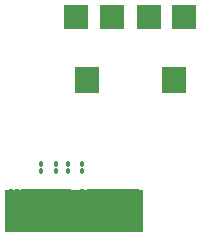
<source format=gts>
%TF.GenerationSoftware,KiCad,Pcbnew,8.0.6*%
%TF.CreationDate,2025-06-21T19:34:37+03:00*%
%TF.ProjectId,Battery,42617474-6572-4792-9e6b-696361645f70,rev?*%
%TF.SameCoordinates,Original*%
%TF.FileFunction,Soldermask,Top*%
%TF.FilePolarity,Negative*%
%FSLAX46Y46*%
G04 Gerber Fmt 4.6, Leading zero omitted, Abs format (unit mm)*
G04 Created by KiCad (PCBNEW 8.0.6) date 2025-06-21 19:34:37*
%MOMM*%
%LPD*%
G01*
G04 APERTURE LIST*
G04 Aperture macros list*
%AMRoundRect*
0 Rectangle with rounded corners*
0 $1 Rounding radius*
0 $2 $3 $4 $5 $6 $7 $8 $9 X,Y pos of 4 corners*
0 Add a 4 corners polygon primitive as box body*
4,1,4,$2,$3,$4,$5,$6,$7,$8,$9,$2,$3,0*
0 Add four circle primitives for the rounded corners*
1,1,$1+$1,$2,$3*
1,1,$1+$1,$4,$5*
1,1,$1+$1,$6,$7*
1,1,$1+$1,$8,$9*
0 Add four rect primitives between the rounded corners*
20,1,$1+$1,$2,$3,$4,$5,0*
20,1,$1+$1,$4,$5,$6,$7,0*
20,1,$1+$1,$6,$7,$8,$9,0*
20,1,$1+$1,$8,$9,$2,$3,0*%
G04 Aperture macros list end*
%ADD10C,0.100000*%
%ADD11RoundRect,0.100000X0.100000X-0.130000X0.100000X0.130000X-0.100000X0.130000X-0.100000X-0.130000X0*%
%ADD12R,0.400000X3.200000*%
%ADD13R,4.260000X3.200000*%
%ADD14R,4.400000X3.200000*%
%ADD15R,2.000000X2.200000*%
%ADD16R,2.000000X2.000000*%
%ADD17RoundRect,0.100000X-0.100000X0.130000X-0.100000X-0.130000X0.100000X-0.130000X0.100000X0.130000X0*%
G04 APERTURE END LIST*
D10*
%TO.C,Power_Connector_Camera1*%
X145560000Y-93465000D02*
X133980000Y-93465000D01*
X133980000Y-89985000D01*
X145560000Y-89985000D01*
X145560000Y-93465000D01*
G36*
X145560000Y-93465000D02*
G01*
X133980000Y-93465000D01*
X133980000Y-89985000D01*
X145560000Y-89985000D01*
X145560000Y-93465000D01*
G37*
%TD*%
D11*
%TO.C,R1*%
X140470000Y-88415000D03*
X140470000Y-87775000D03*
%TD*%
D12*
%TO.C,Power_Connector_Camera1*%
X134470000Y-91520000D03*
X134970000Y-91520000D03*
D13*
X137400000Y-91520000D03*
D12*
X140470000Y-91520000D03*
D14*
X143070000Y-91520000D03*
%TD*%
D15*
%TO.C,Power_Connector_Battery1*%
X148250000Y-80740000D03*
X140880000Y-80740000D03*
D16*
X149130000Y-75400000D03*
X146120000Y-75400000D03*
X142980000Y-75400000D03*
X139970000Y-75400000D03*
%TD*%
D11*
%TO.C,F1*%
X136970000Y-88415000D03*
X136970000Y-87775000D03*
%TD*%
D17*
%TO.C,C2*%
X139270000Y-87775000D03*
X139270000Y-88415000D03*
%TD*%
%TO.C,C1*%
X138270000Y-87775000D03*
X138270000Y-88415000D03*
%TD*%
M02*

</source>
